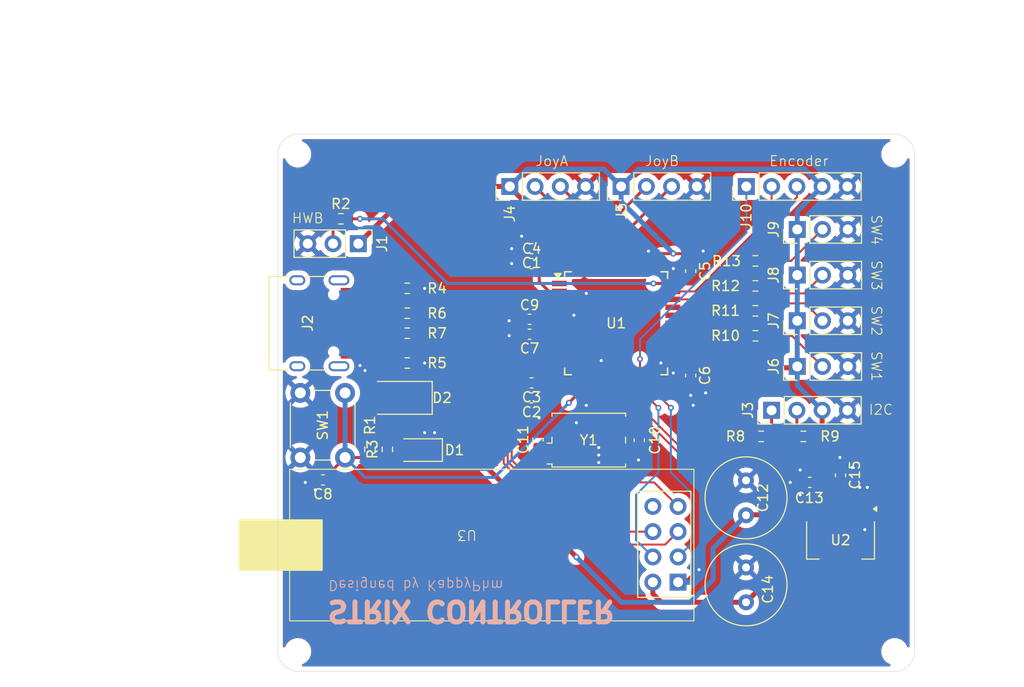
<source format=kicad_pcb>
(kicad_pcb (version 20241229) (generator "pcbnew") (generator_version "9.0")
  (layers (0 "F.Cu" signal) (2 "B.Cu" signal) (13 "F.Paste" user) (15 "B.Paste" user) (5 "F.SilkS" user "F.Silkscreen") (7 "B.SilkS" user "B.Silkscreen") (1 "F.Mask" user) (3 "B.Mask" user) (25 "Edge.Cuts" user))
  (net 0 "")
  (net 1 "+5V")
  (net 2 "GND")
  (net 3 "/AT32u4/RST")
  (net 4 "Net-(U1-UCAP)")
  (net 5 "/AT32u4/X1")
  (net 6 "/AT32u4/X2")
  (net 7 "+3V3")
  (net 8 "Net-(D1-A)")
  (net 9 "Net-(D2-A)")
  (net 10 "Net-(J1-Pin_2)")
  (net 13 "Net-(J2-D+-PadA6)")
  (net 16 "Net-(J2-CC1)")
  (net 18 "Net-(J2-CC2)")
  (net 19 "Net-(J2-D--PadA7)")
  (net 21 "/AT32u4/SDA")
  (net 22 "/AT32u4/SCL")
  (net 23 "/AT32u4/JoyYA")
  (net 24 "/AT32u4/JoyXA")
  (net 25 "/AT32u4/JoyXB")
  (net 26 "/AT32u4/JoyYB")
  (net 27 "Net-(J6-Pin_2)")
  (net 28 "Net-(J7-Pin_2)")
  (net 29 "Net-(J8-Pin_2)")
  (net 30 "Net-(J9-Pin_2)")
  (net 31 "/AT32u4/BTN")
  (net 32 "/AT32u4/DT")
  (net 33 "/AT32u4/CK")
  (net 34 "/AT32u4/HWB")
  (net 35 "/AT32u4/D-")
  (net 36 "/AT32u4/D+")
  (net 37 "/AT32u4/SW1")
  (net 38 "/AT32u4/SW2")
  (net 39 "/AT32u4/SW3")
  (net 40 "/AT32u4/SW4")
  (net 43 "/AT32u4/~{CSN}")
  (net 44 "/AT32u4/MISO")
  (net 45 "/AT32u4/SCK")
  (net 46 "/AT32u4/CE")
  (net 47 "/AT32u4/MOSI")
  (footprint "Capacitor_SMD:C_0603_1608Metric" (layer "F.Cu") (at 143.665 104.225 180)
    (property "Reference" "C2")
    (property "Value" "100n")
  )
  (footprint "Resistor_SMD:R_0603_1608Metric" (layer "F.Cu") (at 170.99 108.1 180)
    (property "Reference" "R9")
    (property "Value" "5k1")
  )
  (footprint "Capacitor_SMD:C_0603_1608Metric" (layer "F.Cu") (at 154.49 108.475 90)
    (property "Reference" "C10")
    (property "Value" "20p")
  )
  (footprint "Connector_PinHeader_2.54mm:PinHeader_1x03_P2.54mm_Vertical" (layer "F.Cu") (at 170.375 101.065 90)
    (property "Reference" "J6")
    (property "Value" "SW1")
  )
  (footprint "Resistor_SMD:R_0603_1608Metric" (layer "F.Cu") (at 166.165 97.985)
    (property "Reference" "R10")
    (property "Value" "5k1")
  )
  (footprint "Capacitor_SMD:C_0603_1608Metric" (layer "F.Cu") (at 144.315 108.425 -90)
    (property "Reference" "C11")
    (property "Value" "20p")
  )
  (footprint "Capacitor_THT:C_Radial_D8.0mm_H11.5mm_P3.50mm" (layer "F.Cu") (at 165.225 124.775 90)
    (property "Reference" "C14")
    (property "Value" "100u")
  )
  (footprint "Connector_USB:USB_C_Receptacle_HRO_TYPE-C-31-M-12" (layer "F.Cu") (at 121.165 96.725 -90)
    (property "Reference" "J2")
    (property "Value" "USB_C_16p")
  )
  (footprint "Resistor_SMD:R_0603_1608Metric" (layer "F.Cu") (at 131.165 100.725)
    (property "Reference" "R5")
    (property "Value" "5k1")
  )
  (footprint "Crystal:Crystal_SMD_7050-4Pin_7.0x5.0mm" (layer "F.Cu") (at 149.415 108.475)
    (property "Reference" "Y1")
    (property "Value" "16MHz")
  )
  (footprint "MountingHole:MountingHole_2.2mm_M2_ISO7380" (layer "F.Cu") (at 180.165 129.725)
    (property "Reference" "REF**" (hide yes))
    (property "Value" "MountingHole_2.2mm_M2_ISO7380")
  )
  (footprint "Capacitor_SMD:C_0603_1608Metric" (layer "F.Cu") (at 174.725 112.025 90)
    (property "Reference" "C15")
    (property "Value" "100n")
  )
  (footprint "Resistor_SMD:R_0603_1608Metric" (layer "F.Cu") (at 166.165 95.475)
    (property "Reference" "R11")
    (property "Value" "5k1")
  )
  (footprint "Resistor_SMD:R_0603_1608Metric" (layer "F.Cu") (at 131.165 97.725)
    (property "Reference" "R7")
    (property "Value" "22")
  )
  (footprint "Capacitor_SMD:C_0603_1608Metric" (layer "F.Cu") (at 143.465 97.825 180)
    (property "Reference" "C7")
    (property "Value" "100n")
  )
  (footprint "Connector_PinHeader_2.54mm:PinHeader_1x03_P2.54mm_Vertical" (layer "F.Cu") (at 126.245 88.725 -90)
    (property "Reference" "J1")
    (property "Value" "HWB")
  )
  (footprint "Button_Switch_THT:SW_PUSH_6mm_H4.3mm" (layer "F.Cu") (at 120.415 110.225 90)
    (property "Reference" "SW1")
    (property "Value" "RST")
  )
  (footprint "Capacitor_SMD:C_0603_1608Metric" (layer "F.Cu") (at 143.665 89.225 180)
    (property "Reference" "C1")
    (property "Value" "100n")
  )
  (footprint "Capacitor_SMD:C_0603_1608Metric" (layer "F.Cu") (at 159.665 101.975 -90)
    (property "Reference" "C6")
    (property "Value" "100n")
  )
  (footprint "MountingHole:MountingHole_2.2mm_M2_ISO7380" (layer "F.Cu") (at 120.165 79.725)
    (property "Reference" "REF**" (hide yes))
    (property "Value" "MountingHole_2.2mm_M2_ISO7380")
  )
  (footprint "Resistor_SMD:R_0603_1608Metric" (layer "F.Cu") (at 166.165 92.965)
    (property "Reference" "R12")
    (property "Value" "5k1")
  )
  (footprint "Capacitor_THT:C_Radial_D8.0mm_H11.5mm_P3.50mm" (layer "F.Cu") (at 165.225 116.025 90)
    (property "Reference" "C12")
    (property "Value" "100u")
  )
  (footprint "Resistor_SMD:R_0603_1608Metric" (layer "F.Cu") (at 166.165 90.455)
    (property "Reference" "R13")
    (property "Value" "5k1")
  )
  (footprint "Connector_PinHeader_2.54mm:PinHeader_1x03_P2.54mm_Vertical" (layer "F.Cu") (at 170.375 87.295 90)
    (property "Reference" "J9")
    (property "Value" "SW4")
  )
  (footprint "Resistor_SMD:R_0603_1608Metric" (layer "F.Cu") (at 129.165 109.4 90)
    (property "Reference" "R3")
    (property "Value" "470")
  )
  (footprint "Capacitor_SMD:C_0603_1608Metric" (layer "F.Cu") (at 143.465 96.325)
    (property "Reference" "C9")
    (property "Value" "1u")
  )
  (footprint "MountingHole:MountingHole_2.2mm_M2_ISO7380" (layer "F.Cu") (at 120.165 129.725)
    (property "Reference" "REF**" (hide yes))
    (property "Value" "MountingHole_2.2mm_M2_ISO7380")
  )
  (footprint "Connector_PinHeader_2.54mm:PinHeader_1x04_P2.54mm_Vertical" (layer "F.Cu") (at 167.795 105.475 90)
    (property "Reference" "J3")
    (property "Value" "I2C")
  )
  (footprint "Resistor_SMD:R_0603_1608Metric" (layer "F.Cu") (at 131.165 93.215)
    (property "Reference" "R4")
    (property "Value" "5k1")
  )
  (footprint "Capacitor_SMD:C_0603_1608Metric" (layer "F.Cu") (at 122.69 112.475 180)
    (property "Reference" "C8")
    (property "Value" "100n")
  )
  (footprint "Capacitor_SMD:C_0603_1608Metric" (layer "F.Cu") (at 159.665 91.475 -90)
    (property "Reference" "C5")
    (property "Value" "100n")
  )
  (footprint "Connector_PinHeader_2.54mm:PinHeader_1x04_P2.54mm_Vertical" (layer "F.Cu") (at 141.475 82.975 90)
    (property "Reference" "J4")
    (property "Value" "JoyA")
  )
  (footprint "LED_SMD:LED_1206_3216Metric" (layer "F.Cu") (at 132.415 109.475 180)
    (property "Reference" "D1")
    (property "Value" "LED")
  )
  (footprint "KappyPhm Module:NRF24L01_PA_LNA" (layer "F.Cu") (at 139.665 119.025 90)
    (property "Reference" "U3")
    (property "Value" "NRF24L01")
  )
  (footprint "Connector_PinHeader_2.54mm:PinHeader_1x04_P2.54mm_Vertical" (layer "F.Cu") (at 152.665 82.975 90)
    (property "Reference" "J5")
    (property "Value" "JoyB")
  )
  (footprint "Package_QFP:TQFP-44_10x10mm_P0.8mm" (layer "F.Cu") (at 152.165 96.725)
    (property "Reference" "U1")
    (property "Value" "ATmega32U4-A")
  )
  (footprint "Connector_PinHeader_2.54mm:PinHeader_1x05_P2.54mm_Vertical" (layer "F.Cu") (at 165.255 82.975 90)
    (property "Reference" "J10")
    (property "Value" "ENC")
  )
  (footprint "Capacitor_SMD:C_0603_1608Metric" (layer "F.Cu") (at 143.665 90.725 180)
    (property "Reference" "C4")
    (property "Value" "100n")
  )
  (footprint "Resistor_SMD:R_0603_1608Metric" (layer "F.Cu") (at 124.49 86.225 180)
    (property "Reference" "R2")
    (property "Value" "5k1")
  )
  (footprint "Resistor_SMD:R_0603_1608Metric" (layer "F.Cu") (at 131.165 95.715)
    (property "Reference" "R6")
    (property "Value" "22")
  )
  (footprint "Capacitor_SMD:C_0603_1608Metric" (layer "F.Cu") (at 171.64 112.725 180)
    (property "Reference" "C13")
    (property "Value" "100n")
  )
  (footprint "Capacitor_SMD:C_0603_1608Metric" (layer "F.Cu") (at 143.665 102.725 180)
    (property "Reference" "C3")
    (property "Value" "100n")
  )
  (footprint "Connector_PinHeader_2.54mm:PinHeader_1x03_P2.54mm_Vertical" (layer "F.Cu") (at 170.375 91.885 90)
    (property "Reference" "J8")
    (property "Value" "SW3")
  )
  (footprint "Connector_PinHeader_2.54mm:PinHeader_1x03_P2.54mm_Vertical" (layer "F.Cu") (at 170.375 96.475 90)
    (property "Reference" "J7")
    (property "Value" "SW2")
  )
  (footprint "Package_TO_SOT_SMD:SOT-223-3_TabPin2" (layer "F.Cu") (at 174.725 118.525 -90)
    (property "Reference" "U2")
    (property "Value" "AMS1117-3.3")
  )
  (footprint "Resistor_SMD:R_0603_1608Metric" (layer "F.Cu") (at 127.415 109.4 -90)
    (property "Reference" "R1")
    (property "Value" "5k1")
  )
  (footprint "MountingHole:MountingHole_2.2mm_M2_ISO7380" (layer "F.Cu") (at 180.165 79.725)
    (property "Reference" "REF**" (hide yes))
    (property "Value" "MountingHole_2.2mm_M2_ISO7380")
  )
  (footprint "Resistor_SMD:R_0603_1608Metric" (layer "F.Cu") (at 166.74 108.1)
    (property "Reference" "R8")
    (property "Value" "5k1")
  )
  (footprint "Diode_SMD:D_SMA" (layer "F.Cu") (at 130.165 104.225 180)
    (property "Reference" "D2")
    (property "Value" "SS14")
  )
  (gr_arc (start 118.165 79.725) (mid 118.750786 78.310786) (end 120.165 77.725) (stroke (width 0.05)) (layer "Edge.Cuts"))
  (gr_line (start 120.165 77.725) (end 180.165 77.725) (stroke (width 0.05)) (layer "Edge.Cuts"))
  (gr_arc (start 120.165 131.725) (mid 118.750786 131.139214) (end 118.165 129.725) (stroke (width 0.05)) (layer "Edge.Cuts"))
  (gr_line (start 182.165 79.725) (end 182.165 129.725) (stroke (width 0.05)) (layer "Edge.Cuts"))
  (gr_arc (start 182.165 129.725) (mid 181.579214 131.139214) (end 180.165 131.725) (stroke (width 0.05)) (layer "Edge.Cuts"))
  (gr_line (start 180.165 131.725) (end 120.165 131.725) (stroke (width 0.05)) (layer "Edge.Cuts"))
  (gr_line (start 118.165 129.725) (end 118.165 79.725) (stroke (width 0.05)) (layer "Edge.Cuts"))
  (gr_arc (start 180.165 77.725) (mid 181.579214 78.310786) (end 182.165 79.725) (stroke (width 0.05)) (layer "Edge.Cuts"))
  (gr_text "I2C\n" (at 177.5 106 0) (layer "F.SilkS") (effects (font (size 1 1) (thickness 0.1)) (justify left bottom)))
  (gr_text "JoyB" (at 155 81 0) (layer "F.SilkS") (effects (font (size 1 1) (thickness 0.1)) (justify left bottom)))
  (gr_text "Encoder\n" (at 167.5 81 0) (layer "F.SilkS") (effects (font (size 1 1) (thickness 0.1)) (justify left bottom)))
  (gr_text "HWB" (at 119.5 86.75 0) (layer "F.SilkS") (effects (font (size 1 1) (thickness 0.1)) (justify left bottom)))
  (gr_text "JoyA" (at 144 81 0) (layer "F.SilkS") (effects (font (size 1 1) (thickness 0.1)) (justify left bottom)))
  (gr_text "SW4  SW3  SW2  SW1" (at 177.75 85.75 270) (layer "F.SilkS") (effects (font (size 1 1) (thickness 0.1)) (justify left bottom)))
  (gr_text "Designed by KappyPhm" (at 123.165 122.475 180) (layer "B.SilkS") (effects (font (size 1 1) (thickness 0.1)) (justify left bottom mirror)))
  (gr_text "STRIX CONTROLLER" (at 122.915 124.475 180) (layer "B.SilkS") (effects (font (size 2 2) (thickness 0.5) (bold yes)) (justify left bottom mirror)))
  (segment (start 148.138 98.148) (end 148.138 100.725) (width 0.3) (layer "F.Cu") (net 1))
  (segment (start 131.665 104.225) (end 129.165 106.725) (width 0.5) (layer "F.Cu") (net 1))
  (segment (start 162.39 101.2) (end 170.24 101.2) (width 0.5) (layer "F.Cu") (net 1))
  (segment (start 172.425 115.375) (end 172.425 112.735) (width 0.5) (layer "F.Cu") (net 1))
  (segment (start 144.24 97.825) (end 144.54 97.525) (width 0.3) (layer "F.Cu") (net 1))
  (segment (start 146.465 93.525) (end 147.515 93.525) (width 0.3) (layer "F.Cu") (net 1))
  (segment (start 172.875 112.265) (end 172.415 112.725) (width 0.5) (layer "F.Cu") (net 1))
  (segment (start 141.475 83.035) (end 144.44 86) (width 0.5) (layer "F.Cu") (net 1))
  (segment (start 172.875 108.225) (end 172.875 112.265) (width 0.5) (layer "F.Cu") (net 1))
  (segment (start 171.815 108.1) (end 172.75 108.1) (width 0.5) (layer "F.Cu") (net 1))
  (segment (start 156.165 90.225) (end 156.665 89.725) (width 0.3) (layer "F.Cu") (net 1))
  (segment (start 149.765 101.375) (end 149.765 102.425) (width 0.3) (layer "F.Cu") (net 1))
  (segment (start 144.44 104.225) (end 144.44 102.725) (width 0.3) (layer "F.Cu") (net 1))
  (segment (start 159.165 89.725) (end 159.665 90.225) (width 0.3) (layer "F.Cu") (net 1))
  (segment (start 146.138 102.725) (end 148.138 100.725) (width 0.3) (layer "F.Cu") (net 1))
  (segment (start 129.165 106.725) (end 129.165 108.575) (width 0.5) (layer "F.Cu") (net 1))
  (segment (start 156.165 91.025) (end 156.165 90.225) (width 0.3) (layer "F.Cu") (net 1))
  (segment (start 148.138 100.725) (end 149.115 100.725) (width 0.3) (layer "F.Cu") (net 1))
  (segment (start 172.75 108.1) (end 172.875 108.225) (width 0.5) (layer "F.Cu") (net 1))
  (segment (start 170.24 101.2) (end 170.375 101.065) (width 0.5) (layer "F.Cu") (net 1))
  (segment (start 172.425 115.375) (end 171.825 115.975) (width 0.5) (layer "F.Cu") (net 1))
  (segment (start 131.995 82.975) (end 141.475 82.975) (width 0.5) (layer "F.Cu") (net 1))
  (segment (start 144.44 89.225) (end 147.165 89.225) (width 0.3) (layer "F.Cu") (net 1))
  (segment (start 159.665 90.225) (end 159.665 90.7) (width 0.3) (layer "F.Cu") (net 1))
  (segment (start 147.165 89.225) (end 148.165 90.225) (width 0.3) (layer "F.Cu") (net 1))
  (segment (start 165.915 108.1) (end 165.915 104.725) (width 0.5) (layer "F.Cu") (net 1))
  (segment (start 144.44 90.725) (end 144.44 92.55) (width 0.3) (layer "F.Cu") (net 1))
  (segment (start 148.566 96.474) (end 147.515 97.525) (width 0.3) (layer "F.Cu") (net 1))
  (segment (start 144.44 102.725) (end 146.138 102.725) (width 0.3) (layer "F.Cu") (net 1))
  (segment (start 172.425 112.735) (end 172.415 112.725) (width 0.5) (layer "F.Cu") (net 1))
  (segment (start 159.665 100.75) (end 158.84 99.925) (width 0.3) (layer "F.Cu") (net 1))
  (segment (start 158.84 99.925) (end 157.865 99.925) (width 0.3) (layer "F.Cu") (net 1))
  (segment (start 141.475 82.975) (end 141.475 83.035) (width 0.5) (layer "F.Cu") (net 1))
  (segment (start 148.165 90.225) (end 148.165 91.025) (width 0.3) (layer "F.Cu") (net 1))
  (segment (start 126.245 88.725) (end 131.995 82.975) (width 0.5) (layer "F.Cu") (net 1))
  (segment (start 165.275 115.975) (end 165.225 116.025) (width 0.5) (layer "F.Cu") (net 1))
  (segment (start 159.665 101.2) (end 159.665 100.75) (width 0.3) (layer "F.Cu") (net 1))
  (segment (start 132.165 104.225) (end 131.665 104.225) (width 0.5) (layer "F.Cu") (net 1))
  (segment (start 144.44 86) (end 144.44 89.225) (width 0.5) (layer "F.Cu") (net 1))
  (segment (start 144.44 89.225) (end 144.44 90.725) (width 0.3) (layer "F.Cu") (net 1))
  (segment (start 147.515 97.525) (end 148.138 98.148) (width 0.3) (layer "F.Cu") (net 1))
  (segment (start 165.915 104.725) (end 162.39 101.2) (width 0.5) (layer "F.Cu") (net 1))
  (segment (start 147.515 93.525) (end 148.566 94.576) (width 0.3) (layer "F.Cu") (net 1))
  (segment (start 172.875 105.475) (end 172.875 108.225) (width 0.5) (layer "F.Cu") (net 1))
  (segment (start 127.415 108.575) (end 129.165 108.575) (width 0.3) (layer "F.Cu") (net 1))
  (segment (start 171.825 115.975) (end 165.275 115.975) (width 0.5) (layer "F.Cu") (net 1))
  (segment (start 148.566 94.576) (end 148.566 96.474) (width 0.3) (layer "F.Cu") (net 1))
  (segment (start 144.54 97.525) (end 146.465 97.525) (width 0.3) (layer "F.Cu") (net 1))
  (segment (start 156.665 89.725) (end 159.165 89.725) (width 0.3) (layer "F.Cu") (net 1))
  (segment (start 149.115 100.725) (end 149.765 101.375) (width 0.3) (layer "F.Cu") (net 1))
  (segment (start 162.39 101.2) (end 159.665 101.2) (width 0.5) (layer "F.Cu") (net 1))
  (segment (start 132.165 104.225) (end 148.165 120.225) (width 0.5) (layer "F.Cu") (net 1))
  (segment (start 146.465 97.525) (end 147.515 97.525) (width 0.3) (layer "F.Cu") (net 1))
  (segment (start 144.44 92.55) (end 145.415 93.525) (width 0.3) (layer "F.Cu") (net 1))
  (segment (start 145.415 93.525) (end 146.465 93.525) (width 0.3) (layer "F.Cu") (net 1))
  (via (at 148.165 120.225) (size 0.6) (drill 0.3) (layers "F.Cu" "B.Cu") (net 1))
  (via (at 157.915 89.725) (size 0.6) (drill 0.3) (layers "F.Cu" "B.Cu") (net 1))
  (segment (start 152.665 82.975) (end 154.415 81.225) (width 0.5) (layer "B.Cu") (net 1))
  (segment (start 161.915 122.475) (end 161.915 119.335) (width 0.5) (layer "B.Cu") (net 1))
  (segment (start 152.715 124.775) (end 159.615 124.775) (width 0.5) (layer "B.Cu") (net 1))
  (segment (start 152.665 84.475) (end 152.665 82.975) (width 0.5) (layer "B.Cu") (net 1))
  (segment (start 150.915 81.225) (end 152.665 82.975) (width 0.5) (layer "B.Cu") (net 1))
  (segment (start 157.915 89.725) (end 152.665 84.475) (width 0.5) (layer "B.Cu") (net 1))
  (segment (start 172.875 105.475) (end 170.375 102.975) (width 0.5) (layer "B.Cu") (net 1))
  (segment (start 170.375 87.295) (end 170.375 85.475) (width 0.5) (layer "B.Cu") (net 1))
  (segment (start 154.415 81.225) (end 171.125 81.225) (width 0.5) (layer "B.Cu") (net 1))
  (segment (start 171.125 81.225) (end 172.875 82.975) (width 0.5) (layer "B.Cu") (net 1))
  (segment (start 170.375 101.065) (end 170.375 87.295) (width 0.5) (layer "B.Cu") (net 1))
  (segment (start 143.225 81.225) (end 150.915 81.225) (width 0.5) (layer "B.Cu") (net 1))
  (segment (start 170.375 85.475) (end 172.875 82.975) (width 0.5) (layer "B.Cu") (net 1))
  (segment (start 148.165 120.225) (end 152.715 124.775) (width 0.5) (layer "B.Cu") (net 1))
  (segment (start 159.615 124.775) (end 161.915 122.475) (width 0.5) (layer "B.Cu") (net 1))
  (segment (start 170.375 102.975) (end 170.375 101.065) (width 0.5) (layer "B.Cu") (net 1))
  (segment (start 161.915 119.335) (end 165.225 116.025) (width 0.5) (layer "B.Cu") (net 1))
  (segment (start 141.475 82.975) (end 143.225 81.225) (width 0.5) (layer "B.Cu") (net 1))
  (segment (start 155.365 89.525) (end 155.415 89.475) (width 0.2) (layer "F.Cu") (net 2))
  (segment (start 158.395 122.755) (end 159.245 122.755) (width 0.5) (layer "F.Cu") (net 2))
  (segment (start 148.965 91.025) (end 148.965 93.525) (width 0.2) (layer "F.Cu") (net 2))
  (segment (start 150.665 100.475) (end 150.665 102.325) (width 0.2) (layer "F.Cu") (net 2))
  (segment (start 159.245 122.755) (end 160.5 121.5) (width 0.5) (layer "F.Cu") (net 2))
  (segment (start 150.665 102.325) (end 150.565 102.425) (width 0.2) (layer "F.Cu") (net 2))
  (segment (start 148.965 93.525) (end 149.165 93.725) (width 0.2) (layer "F.Cu") (net 2))
  (segment (start 155.365 91.025) (end 155.365 89.525) (width 0.2) (layer "F.Cu") (net 2))
  (segment (start 147.915 95.925) (end 146.465 95.925) (width 0.2) (layer "F.Cu") (net 2))
  (via (at 147.915 95.925) (size 0.6) (drill 0.3) (layers "F.Cu" "B.Cu") (net 2))
  (via (at 170.665 111.475) (size 0.6) (drill 0.3) (layers "F.Cu" "B.Cu") (net 2))
  (via (at 149.165 104.975) (size 0.6) (drill 0.3) (layers "F.Cu" "B.Cu") (net 2))
  (via (at 126.415 100.975) (size 0.6) (drill 0.3) (layers "F.Cu" "B.Cu") (net 2))
  (via (at 174.665 110.225) (size 0.6) (drill 0.3) (layers "F.Cu" "B.Cu") (net 2))
  (via (at 120.915 112.725) (size 0.6) (drill 0.3) (layers "F.Cu" "B.Cu") (net 2))
  (via (at 177.415 113.225) (size 0.6) (drill 0.3) (layers "F.Cu" "B.Cu") (net 2))
  (via (at 150.415 109.225) (size 0.6) (drill 0.3) (layers "F.Cu" "B.Cu") (net 2))
  (via (at 132.915 100.725) (size 0.6) (drill 0.3) (layers "F.Cu" "B.Cu") (net 2))
  (via (at 141.665 90.725) (size 0.6) (drill 0.3) (layers "F.Cu" "B.Cu") (net 2))
  (via (at 148.165 106.725) (size 0.6) (drill 0.3) (layers "F.Cu" "B.Cu") (net 2))
  (via (at 177.165 117.475) (size 0.6) (drill 0.3) (layers "F.Cu" "B.Cu") (net 2))
  (via (at 132.915 107.725) (size 0.6) (drill 0.3) (layers "F.Cu" "B.Cu") (net 2))
  (via (at 149.165 93.725) (size 0.6) (drill 0.3) (layers "F.Cu" "B.Cu") (net 2))
  (via (at 132.915 93.225) (size 0.6) (drill 0.3) (layers "F.Cu" "B.Cu") (net 2))
  (via (at 155.415 89.475) (size 0.6) (drill 0.3) (layers "F.Cu" "B.Cu") (net 2))
  (via (at 160.915 89.475) (size 0.6) (drill 0.3) (layers "F.Cu" "B.Cu") (net 2))
  (via (at 144.415 106.225) (size 0.6) (drill 0.3) (layers "F.Cu" "B.Cu") (net 2))
  (via (at 161.165 103.725) (size 0.6) (drill 0.3) (layers "F.Cu" "B.Cu") (net 2))
  (via (at 141.665 89.225) (size 0.6) (drill 0.3) (layers "F.Cu" "B.Cu") (net 2))
  (via (at 142.665 87.975) (size 0.6) (drill 0.3) (layers "F.Cu" "B.Cu") (net 2))
  (via (at 157.915 101.725) (size 0.6) (drill 0.3) (layers "F.Cu" "B.Cu") (net 2))
  (via (at 159.915 104.975) (size 0.6) (drill 0.3) (layers "F.Cu" "B.Cu") (net 2))
  (via (at 141.415 96.475) (size 0.6) (drill 0.3) (layers "F.Cu" "B.Cu") (net 2))
  (via (at 121.915 113.475) (size 0.6) (drill 0.3) (layers "F.Cu" "B.Cu") (net 2))
  (via (at 126.915 101.475) (size 0.6) (drill 0.3) (layers "F.Cu" "B.Cu") (net 2))
  (via (at 150.665 100.475) (size 0.6) (drill 0.3) (layers "F.Cu" "B.Cu") (net 2))
  (via (at 150.415 109.975) (size 0.6) (drill 0.3) (layers "F.Cu" "B.Cu") (net 2))
  (via (at 159.665 103.975) (size 0.6) (drill 0.3) (layers "F.Cu" "B.Cu") (net 2))
  (via (at 169.665 112.725) (size 0.6) (drill 0.3) (layers "F.Cu" "B.Cu") (net 2))
  (via (at 154.415 110.475) (size 0.6) (drill 0.3) (layers "F.Cu" "B.Cu") (net 2))
  (via (at 157.915 91.225) (size 0.6) (drill 0.3) (layers "F.Cu" "B.Cu") (net 2))
  (via (at 156.665 100.725) (size 0.6) (drill 0.3) (layers "F.Cu" "B.Cu") (net 2))
  (via (at 160.5 121.5) (size 0.6) (drill 0.3) (layers "F.Cu" "B.Cu") (net 2))
  (via (at 133.915 107.725) (size 0.6) (drill 0.3) (layers "F.Cu" "B.Cu") (net 2))
  (via (at 175.915 111.225) (size 0.6) (drill 0.3) (layers "F.Cu" "B.Cu") (net 2))
  (via (at 170.665 113.975) (size 0.6) (drill 0.3) (layers "F.Cu" "B.Cu") (net 2))
  (via (at 141.415 97.975) (size 0.6) (drill 0.3) (layers "F.Cu" "B.Cu") (net 2))
  (via (at 150.415 110.725) (size 0.6) (drill 0.3) (layers "F.Cu" "B.Cu") (net 2))
  (via (at 176.665 113.225) (size 0.6) (drill 0.3) (layers "F.Cu" "B.Cu") (net 2))
  (segment (start 124.915 110.225) (end 127.415 110.225) (width 0.3) (layer "F.Cu") (net 3))
  (segment (start 148.965 103.175) (end 148.965 102.425) (width 0.3) (layer "F.Cu") (net 3))
  (segment (start 123.465 111.675) (end 124.915 110.225) (width 0.3) (layer "F.Cu") (net 3))
  (segment (start 147.415 104.725) (end 148.965 103.175) (width 0.3) (layer "F.Cu") (net 3))
  (segment (start 123.465 112.475) (end 123.465 111.675) (width 0.3) (layer "F.Cu") (net 3))
  (via (at 147.415 104.725) (size 0.6) (drill 0.3) (layers "F.Cu" "B.Cu") (net 3))
  (segment (start 124.915 110.225) (end 126.915 112.225) (width 0.3) (layer "B.Cu") (net 3))
  (segment (start 139.915 112.225) (end 147.415 104.725) (width 0.3) (layer "B.Cu") (net 3))
  (segment (start 124.915 103.725) (end 124.915 110.225) (width 0.5) (layer "B.Cu") (net 3))
  (segment (start 126.915 112.225) (end 139.915 112.225) (width 0.3) (layer "B.Cu") (net 3))
  (segment (start 144.64 96.725) (end 146.465 96.725) (width 0.2) (layer "F.Cu") (net 4))
  (segment (start 144.24 96.325) (end 144.64 96.725) (width 0.2) (layer "F.Cu") (net 4))
  (segment (start 152.165 106.575) (end 152.165 102.425) (width 0.2) (layer "F.Cu") (net 5))
  (segment (start 152.365 106.775) (end 152.165 106.575) (width 0.2) (layer "F.Cu") (net 5))
  (segment (start 154.49 107.7) (end 152.94 107.7) (width 0.2) (layer "F.Cu") (net 5))
  (segment (start 152.94 107.7) (end 152.365 107.125) (width 0.2) (layer "F.Cu") (net 5))
  (segment (start 152.365 107.125) (end 152.365 106.775) (width 0.2) (layer "F.Cu") (net 5))
  (segment (start 145.84 109.2) (end 146.465 109.825) (width 0.2) (layer "F.Cu") (net 6))
  (segment (start 151.365 104.925) (end 151.365 102.425) (width 0.2) (layer "F.Cu") (net 6))
  (segment (start 146.465 109.825) (end 151.365 104.925) (width 0.2) (layer "F.Cu") (net 6))
  (segment (start 144.315 109.2) (end 145.84 109.2) (width 0.2) (layer "F.Cu") (net 6))
  (segment (start 174.675 121.725) (end 174.725 121.675) (width 0.5) (layer "F.Cu") (net 7))
  (segment (start 174.725 115.375) (end 174.725 121.675) (width 0.5) (layer "F.Cu") (net 7))
  (segment (start 165.225 124.775) (end 168.275 121.725) (width 0.5) (layer "F.Cu") (net 7))
  (segment (start 156.715 124.775) (end 155.855 123.915) (width 0.5) (layer "F.Cu") (net 7))
  (segment (start 165.225 124.775) (end 156.715 124.775) (width 0.5) (layer "F.Cu") (net 7))
  (segment (start 168.275 121.725) (end 174.675 121.725) (width 0.5) (layer "F.Cu") (net 7))
  (segment (start 174.725 115.375) (end 174.725 112.8) (width 0.5) (layer "F.Cu") (net 7))
  (segment (start 155.855 123.915) (end 155.855 122.755) (width 0.5) (layer "F.Cu") (net 7))
  (segment (start 129.915 109.475) (end 129.165 110.225) (width 0.5) (layer "F.Cu") (net 8))
  (segment (start 131.015 109.475) (end 129.915 109.475) (width 0.5) (layer "F.Cu") (net 8))
  (segment (start 124.134 94.474) (end 123.464 95.144) (width 0.3) (layer "F.Cu") (net 9))
  (segment (start 123.464 95.144) (end 123.464 98.306) (width 0.3) (layer "F.Cu") (net 9))
  (segment (start 125.21 99.175) (end 126.337 99.175) (width 0.5) (layer "F.Cu") (net 9))
  (segment (start 124.134 98.976) (end 125.011 98.976) (width 0.3) (layer "F.Cu") (net 9))
  (segment (start 128.165 101.003) (end 128.165 104.225) (width 0.5) (layer "F.Cu") (net 9))
  (segment (start 125.011 94.474) (end 124.134 94.474) (width 0.3) (layer "F.Cu") (net 9))
  (segment (start 123.464 98.306) (end 124.134 98.976) (width 0.3) (layer "F.Cu") (net 9))
  (segment (start 126.337 99.175) (end 128.165 101.003) (width 0.5) (layer "F.Cu") (net 9))
  (segment (start 125.011 98.976) (end 125.21 99.175) (width 0.3) (layer "F.Cu") (net 9))
  (segment (start 125.21 94.275) (end 125.011 94.474) (width 0.3) (layer "F.Cu") (net 9))
  (segment (start 123.705 88.725) (end 123.705 86.265) (width 0.3) (layer "F.Cu") (net 10))
  (segment (start 123.705 86.265) (end 123.665 86.225) (width 0.3) (layer "F.Cu") (net 10))
  (segment (start 124.233 96.475) (end 125.21 96.475) (width 0.2) (layer "F.Cu") (net 13))
  (segment (start 125.21 97.475) (end 124.233 97.475) (width 0.2) (layer "F.Cu") (net 13))
  (segment (start 123.915 96.793) (end 124.233 96.475) (width 0.2) (layer "F.Cu") (net 13))
  (segment (start 130.09 97.475) (end 130.34 97.725) (width 0.2) (layer "F.Cu") (net 13))
  (segment (start 125.21 97.475) (end 130.09 97.475) (width 0.2) (layer "F.Cu") (net 13))
  (segment (start 124.233 97.475) (end 123.915 97.157) (width 0.2) (layer "F.Cu") (net 13))
  (segment (start 123.915 97.157) (end 123.915 96.793) (width 0.2) (layer "F.Cu") (net 13))
  (segment (start 128.08 95.475) (end 130.34 93.215) (width 0.3) (layer "F.Cu") (net 16))
  (segment (start 125.21 95.475) (end 128.08 95.475) (width 0.3) (layer "F.Cu") (net 16))
  (segment (start 125.21 98.475) (end 128.09 98.475) (width 0.3) (layer "F.Cu") (net 18))
  (segment (start 128.09 98.475) (end 130.34 100.725) (width 0.3) (layer "F.Cu") (net 18))
  (segment (start 126.187 95.975) (end 130.08 95.975) (width 0.2) (layer "F.Cu") (net 19))
  (segment (start 126.187 95.975) (end 126.415 96.203) (width 0.2) (layer "F.Cu") (net 19))
  (segment (start 126.187 96.975) (end 125.21 96.975) (width 0.2) (layer "F.Cu") (net 19))
  (segment (start 126.415 96.203) (end 126.415 96.747) (width 0.2) (layer "F.Cu") (net 19))
  (segment (start 125.21 95.975) (end 126.187 95.975) (width 0.2) (layer "F.Cu") (net 19))
  (segment (start 126.415 96.747) (end 126.187 96.975) (width 0.2) (layer "F.Cu") (net 19))
  (segment (start 130.08 95.975) (end 130.34 95.715) (width 0.2) (layer "F.Cu") (net 19))
  (segment (start 153.765 102.425) (end 153.765 104.325) (width 0.2) (layer "F.Cu") (net 21))
  (segment (start 167.565 108.325) (end 167.565 108.1) (width 0.2) (layer "F.Cu") (net 21))
  (segment (start 153.765 104.325) (end 158.915 109.475) (width 0.2) (layer "F.Cu") (net 21))
  (segment (start 166.415 109.475) (end 167.565 108.325) (width 0.2) (layer "F.Cu") (net 21))
  (segment (start 167.795 105.475) (end 167.795 107.87) (width 0.3) (layer "F.Cu") (net 21))
  (segment (start 167.795 107.87) (end 167.565 108.1) (width 0.3) (layer "F.Cu") (net 21))
  (segment (start 158.915 109.475) (end 166.415 109.475) (width 0.2) (layer "F.Cu") (net 21))
  (segment (start 170.335 105.475) (end 170.335 107.93) (width 0.3) (layer "F.Cu") (net 22))
  (segment (start 168.29 109.975) (end 170.165 108.1) (width 0.2) (layer "F.Cu") (net 22))
  (segment (start 152.965 102.425) (end 152.965 104.275) (width 0.2) (layer "F.Cu") (net 22))
  (segment (start 170.335 107.93) (end 170.165 108.1) (width 0.3) (layer "F.Cu") (net 22))
  (segment (start 152.965 104.275) (end 158.665 109.975) (width 0.2) (layer "F.Cu") (net 22))
  (segment (start 158.665 109.975) (end 168.29 109.975) (width 0.2) (layer "F.Cu") (net 22))
  (segment (start 151.365 87.785) (end 151.365 91.025) (width 0.3) (layer "F.Cu") (net 23))
  (segment (start 146.555 82.975) (end 151.365 87.785) (width 0.3) (layer "F.Cu") (net 23))
  (segment (start 150.565 89.525) (end 150.565 91.025) (width 0.3) (layer "F.Cu") (net 24))
  (segment (start 144.015 82.975) (end 150.565 89.525) (width 0.3) (layer "F.Cu") (net 24))
  (segment (start 155.205 82.975) (end 152.165 86.015) (width 0.3) (layer "F.Cu") (net 25))
  (segment (start 152.165 86.015) (end 152.165 91.025) (width 0.3) (layer "F.Cu") (net 25))
  (segment (start 152.965 87.755) (end 152.965 91.025) (width 0.3) (layer "F.Cu") (net 26))
  (segment (start 157.745 82.975) (end 152.965 87.755) (width 0.3) (layer "F.Cu") (net 26))
  (segment (start 169.835 97.985) (end 172.915 101.065) (width 0.2) (layer "F.Cu") (net 27))
  (segment (start 166.99 97.985) (end 169.835 97.985) (width 0.2) (layer "F.Cu") (net 27))
  (segment (start 171.165 94.725) (end 172.915 96.475) (width 0.2) (layer "F.Cu") (net 28))
  (segment (start 167.74 94.725) (end 171.165 94.725) (width 0.2) (layer "F.Cu") (net 28))
  (segment (start 166.99 95.475) (end 167.74 94.725) (width 0.2) (layer "F.Cu") (net 28))
  (segment (start 171.075 93.725) (end 172.915 91.885) (width 0.2) (layer "F.Cu") (net 29))
  (segment (start 166.99 92.965) (end 167.75 93.725) (width 0.2) (layer "F.Cu") (net 29))
  (segment (start 167.75 93.725) (end 171.075 93.725) (width 0.2) (layer "F.Cu") (net 29))
  (segment (start 166.99 90.455) (end 169.755 90.455) (width 0.2) (layer "F.Cu") (net 30))
  (segment (start 169.755 90.455) (end 172.915 87.295) (width 0.2) (layer "F.Cu") (net 30))
  (segment (start 170.335 84.055) (end 160.065 94.325) (width 0.2) (layer "F.Cu") (net 31))
  (segment (start 170.335 82.975) (end 170.335 84.055) (width 0.2) (layer "F.Cu") (net 31))
  (segment (start 160.065 94.325) (end 157.865 94.325) (width 0.2) (layer "F.Cu") (net 31))
  (segment (start 167.795 82.975) (end 167.795 85.845) (width 0.2) (layer "F.Cu") (net 32))
  (segment (start 160.115 93.525) (end 157.865 93.525) (width 0.2) (layer "F.Cu") (net 32))
  (segment (start 167.795 85.845) (end 160.115 93.525) (width 0.2) (layer "F.Cu") (net 32))
  (segment (start 154.565 100.325) (end 154.565 102.425) (width 0.2) (layer "F.Cu") (net 33))
  (via (at 154.565 100.325) (size 0.6) (drill 0.3) (layers "F.Cu" "B.Cu") (net 33))
  (segment (start 154.565 100.325) (end 154.565 98.325) (width 0.2) (layer "B.Cu") (net 33))
  (segment (start 154.565 98.325) (end 165.255 87.635) (width 0.2) (layer "B.Cu") (net 33))
  (segment (start 165.255 87.635) (end 165.255 82.975) (width 0.2) (layer "B.Cu") (net 33))
  (segment (start 125.315 86.225) (end 126.415 86.225) (width 0.3) (layer "F.Cu") (net 34))
  (segment (start 155.915 92.725) (end 157.865 92.725) (width 0.3) (layer "F.Cu") (net 34))
  (via (at 126.415 86.225) (size 0.6) (drill 0.3) (layers "F.Cu" "B.Cu") (net 34))
  (via (at 155.915 92.725) (size 0.6) (drill 0.3) (layers "F.Cu" "B.Cu") (net 34))
  (segment (start 128.712041 86.225) (end 135.212041 92.725) (width 0.3) (layer "B.Cu") (net 34))
  (segment (start 135.212041 92.725) (end 155.915 92.725) (width 0.3) (layer "B.Cu") (net 34))
  (segment (start 126.415 86.225) (end 128.712041 86.225) (width 0.3) (layer "B.Cu") (net 34))
  (segment (start 138.826802 96.495) (end 140.821802 94.5) (width 0.2) (layer "F.Cu") (net 35))
  (segment (start 131.99 95.715) (end 132.702501 95.715) (width 0.2) (layer "F.Cu") (net 35))
  (segment (start 132.702501 95.715) (end 133.482501 96.495) (width 0.2) (layer "F.Cu") (net 35))
  (segment (start 133.482501 96.495) (end 138.826802 96.495) (width 0.2) (layer "F.Cu") (net 35))
  (segment (start 140.821802 94.5) (end 145.164999 94.5) (width 0.2) (layer "F.Cu") (net 35))
  (segment (start 145.164999 94.5) (end 145.339999 94.325) (width 0.2) (layer "F.Cu") (net 35))
  (segment (start 145.339999 94.325) (end 146.465 94.325) (width 0.2) (layer "F.Cu") (net 35))
  (segment (start 141.008198 94.95) (end 145.164999 94.95) (width 0.2) (layer "F.Cu") (net 36))
  (segment (start 145.339999 95.125) (end 146.465 95.125) (width 0.2) (layer "F.Cu") (net 36))
  (segment (start 131.99 97.725) (end 132.702501 97.725) (width 0.2) (layer "F.Cu") (net 36))
  (segment (start 139.013198 96.945) (end 141.008198 94.95) (width 0.2) (layer "F.Cu") (net 36))
  (segment (start 132.702501 97.725) (end 133.482501 96.945) (width 0.2) (layer "F.Cu") (net 36))
  (segment (start 145.164999 94.95) (end 145.339999 95.125) (width 0.2) (layer "F.Cu") (net 36))
  (segment (start 133.482501 96.945) (end 139.013198 96.945) (width 0.2) (layer "F.Cu") (net 36))
  (segment (start 161.155 97.985) (end 160.815 98.325) (width 0.2) (layer "F.Cu") (net 37))
  (segment (start 165.34 97.985) (end 161.155 97.985) (width 0.2) (layer "F.Cu") (net 37))
  (segment (start 160.815 98.325) (end 157.865 98.325) (width 0.2) (layer "F.Cu") (net 37))
  (segment (start 157.865 97.525) (end 160.74 97.525) (width 0.2) (layer "F.Cu") (net 38))
  (segment (start 162.79 95.475) (end 165.34 95.475) (width 0.2) (layer "F.Cu") (net 38))
  (segment (start 160.74 97.525) (end 162.79 95.475) (width 0.2) (layer "F.Cu") (net 38))
  (segment (start 160.715 95.925) (end 157.865 95.925) (width 0.2) (layer "F.Cu") (net 39))
  (segment (start 163.675 92.965) (end 160.715 95.925) (width 0.2) (layer "F.Cu") (net 39))
  (segment (start 165.34 92.965) (end 163.675 92.965) (width 0.2) (layer "F.Cu") (net 39))
  (segment (start 160.67 95.125) (end 165.34 90.455) (width 0.2) (layer "F.Cu") (net 40))
  (segment (start 157.865 95.125) (end 160.67 95.125) (width 0.2) (layer "F.Cu") (net 40))
  (segment (start 155.365 104.175) (end 155.365 102.425) (width 0.2) (layer "F.Cu") (net 43))
  (segment (start 156.415 105.225) (end 155.365 104.175) (width 0.2) (layer "F.Cu") (net 43))
  (via (at 156.415 105.225) (size 0.6) (drill 0.3) (layers "F.Cu" "B.Cu") (net 43))
  (segment (start 154.165 118.525) (end 155.855 120.215) (width 0.2) (layer "B.Cu") (net 43))
  (segment (start 156.415 105.225) (end 156.415 111.725) (width 0.2) (layer "B.Cu") (net 43))
  (segment (start 156.415 111.725) (end 154.165 113.975) (width 0.2) (layer "B.Cu") (net 43))
  (segment (start 154.165 113.975) (end 154.165 118.525) (width 0.2) (layer "B.Cu") (net 43))
  (segment (start 141.665 110.475) (end 143.915 112.725) (width 0.2) (layer "F.Cu") (net 44))
  (segment (start 143.165 100.725) (end 141.665 102.225) (width 0.2) (layer "F.Cu") (net 44))
  (segment (start 146.465 100.725) (end 143.165 100.725) (width 0.2) (layer "F.Cu") (net 44))
  (segment (start 155.985 112.725) (end 158.395 115.135) (width 0.2) (layer "F.Cu") (net 44))
  (segment (start 141.665 102.225) (end 141.665 110.475) (width 0.2) (layer "F.Cu") (net 44))
  (segment (start 143.915 112.725) (end 155.985 112.725) (width 0.2) (layer "F.Cu") (net 44))
  (segment (start 149.0308 118.975) (end 157.095 118.975) (width 0.2) (layer "F.Cu") (net 45))
  (segment (start 143.6308 99.125) (end 140.863 101.8928) (width 0.2) (layer "F.Cu") (net 45))
  (segment (start 157.095 118.975) (end 158.395 117.675) (width 0.2) (layer "F.Cu") (net 45))
  (segment (start 140.863 101.8928) (end 140.863 110.8072) (width 0.2) (layer "F.Cu") (net 45))
  (segment (start 146.465 99.125) (end 143.6308 99.125) (width 0.2) (layer "F.Cu") (net 45))
  (segment (start 140.863 110.8072) (end 149.0308 118.975) (width 0.2) (layer "F.Cu") (net 45))
  (segment (start 157.665 105.225) (end 156.165 103.725) (width 0.2) (layer "F.Cu") (net 46))
  (segment (start 156.165 103.725) (end 156.165 102.425) (width 0.2) (layer "F.Cu") (net 46))
  (via (at 157.665 105.225) (size 0.6) (drill 0.3) (layers "F.Cu" "B.Cu") (net 46))
  (segment (start 157.665 111.725) (end 159.915 113.975) (width 0.2) (layer "B.Cu") (net 46))
  (segment (start 159.915 118.695) (end 158.395 120.215) (width 0.2) (layer "B.Cu") (net 46))
  (segment (start 157.665 105.225) (end 157.665 111.725) (width 0.2) (layer "B.Cu") (net 46))
  (segment (start 159.915 113.975) (end 159.915 118.695) (width 0.2) (layer "B.Cu") (net 46))
  (segment (start 141.264 110.6411) (end 148.2979 117.675) (width 0.2) (layer "F.Cu") (net 47))
  (segment (start 148.2979 117.675) (end 155.855 117.675) (width 0.2) (layer "F.Cu") (net 47))
  (segment (start 143.3979 99.925) (end 141.264 102.0589) (width 0.2) (layer "F.Cu") (net 47))
  (segment (start 146.465 99.925) (end 143.3979 99.925) (width 0.2) (layer "F.Cu") (net 47))
  (segment (start 141.264 102.0589) (end 141.264 110.6411) (width 0.2) (layer "F.Cu") (net 47))
  (zone (net 2) (net_name "GND") (layers "F.Cu" "B.Cu") (connect_pads thru_hole_only (clearance 0.5)) (min_thickness 0.25) (fill yes (thermal_gap 0.5) (thermal_bridge_width 0.5))
    (polygon (pts (xy 117.165 76.725) (xy 183.165 76.725) (xy 183.165 132.725) (xy 117.165 132.725)))
  )
)
</source>
